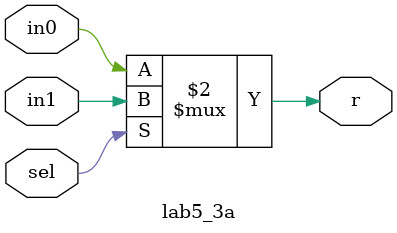
<source format=v>
`timescale 1ns / 1ps
module lab5_3a(input in0, in1, sel, output r);
assign r = (sel==1'b1) ? in1 : in0;
endmodule

</source>
